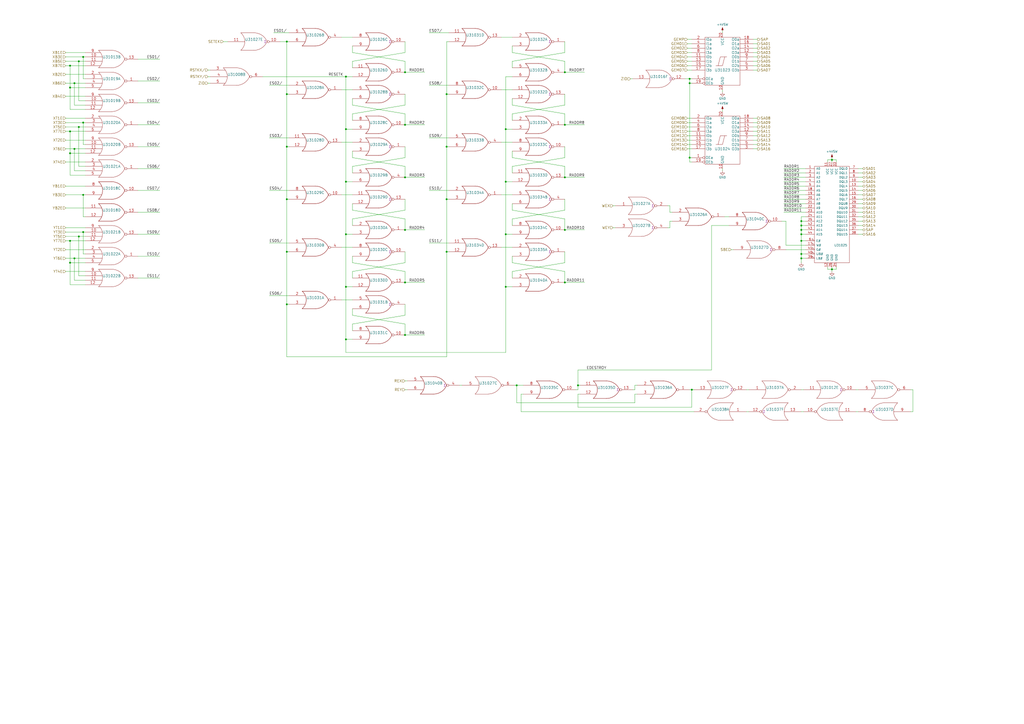
<source format=kicad_sch>
(kicad_sch (version 20211123) (generator eeschema)
  (paper "A2")
  (junction (at 40.64 76.2))
  (junction (at 335.28 223.52))
  (junction (at 200.66 135.89))
  (junction (at 293.37 105.41))
  (junction (at 400.05 91.44))
  (junction (at 234.95 41.91))
  (junction (at 166.37 85.09))
  (junction (at 464.82 135.89))
  (junction (at 464.82 130.81))
  (junction (at 45.72 73.66))
  (junction (at 48.26 134.62))
  (junction (at 166.37 54.61))
  (junction (at 200.66 74.93))
  (junction (at 259.08 54.61))
  (junction (at 327.66 102.87))
  (junction (at 43.18 86.36))
  (junction (at 464.82 149.86))
  (junction (at 234.95 194.31))
  (junction (at 166.37 176.53))
  (junction (at 482.6 92.71))
  (junction (at 40.64 38.1))
  (junction (at 293.37 166.37))
  (junction (at 43.18 149.86))
  (junction (at 234.95 72.39))
  (junction (at 234.95 102.87))
  (junction (at 48.26 113.03))
  (junction (at 327.66 72.39))
  (junction (at 299.72 223.52))
  (junction (at 48.26 71.12))
  (junction (at 259.08 115.57))
  (junction (at 48.26 33.02))
  (junction (at 327.66 41.91))
  (junction (at 45.72 137.16))
  (junction (at 40.64 152.4))
  (junction (at 464.82 128.27))
  (junction (at 166.37 24.13))
  (junction (at 43.18 48.26))
  (junction (at 400.05 45.72))
  (junction (at 400.05 48.26))
  (junction (at 40.64 50.8))
  (junction (at 200.66 196.85))
  (junction (at 464.82 139.7))
  (junction (at 234.95 163.83))
  (junction (at 234.95 133.35))
  (junction (at 200.66 105.41))
  (junction (at 464.82 133.35))
  (junction (at 200.66 44.45))
  (junction (at 166.37 146.05))
  (junction (at 40.64 88.9))
  (junction (at 200.66 166.37))
  (junction (at 327.66 133.35))
  (junction (at 259.08 85.09))
  (junction (at 401.32 226.06))
  (junction (at 45.72 35.56))
  (junction (at 293.37 135.89))
  (junction (at 482.6 156.21))
  (junction (at 166.37 115.57))
  (junction (at 293.37 74.93))
  (junction (at 464.82 147.32))
  (junction (at 40.64 139.7))
  (junction (at 327.66 163.83))
  (junction (at 259.08 146.05))
  (wire (pts (xy 234.95 133.35) (xy 234.95 127)))
  (wire (pts (xy 436.88 81.28) (xy 439.42 81.28)))
  (wire (pts (xy 290.83 143.51) (xy 297.18 143.51)))
  (wire (pts (xy 436.88 86.36) (xy 439.42 86.36)))
  (wire (pts (xy 293.37 135.89) (xy 293.37 105.41)))
  (wire (pts (xy 80.01 148.59) (xy 92.71 148.59)))
  (wire (pts (xy 38.1 81.28) (xy 49.53 81.28)))
  (wire (pts (xy 496.57 226.06) (xy 497.84 226.06)))
  (wire (pts (xy 327.66 72.39) (xy 339.09 72.39)))
  (wire (pts (xy 388.62 123.19) (xy 389.89 123.19)))
  (wire (pts (xy 259.08 146.05) (xy 260.35 146.05)))
  (wire (pts (xy 43.18 60.96) (xy 49.53 60.96)))
  (wire (pts (xy 401.32 226.06) (xy 402.59 226.06)))
  (wire (pts (xy 40.64 50.8) (xy 40.64 63.5)))
  (wire (pts (xy 400.05 226.06) (xy 401.32 226.06)))
  (wire (pts (xy 400.05 48.26) (xy 401.32 48.26)))
  (wire (pts (xy 234.95 102.87) (xy 234.95 96.52)))
  (wire (pts (xy 467.36 149.86) (xy 464.82 149.86)))
  (wire (pts (xy 436.88 27.94) (xy 439.42 27.94)))
  (wire (pts (xy 400.05 48.26) (xy 400.05 91.44)))
  (wire (pts (xy 38.1 76.2) (xy 40.64 76.2)))
  (wire (pts (xy 40.64 152.4) (xy 40.64 165.1)))
  (wire (pts (xy 80.01 85.09) (xy 92.71 85.09)))
  (wire (pts (xy 49.53 83.82) (xy 48.26 83.82)))
  (wire (pts (xy 49.53 120.65) (xy 38.1 120.65)))
  (wire (pts (xy 80.01 123.19) (xy 92.71 123.19)))
  (wire (pts (xy 293.37 105.41) (xy 293.37 74.93)))
  (wire (pts (xy 45.72 58.42) (xy 49.53 58.42)))
  (wire (pts (xy 436.88 30.48) (xy 439.42 30.48)))
  (wire (pts (xy 293.37 166.37) (xy 297.18 166.37)))
  (wire (pts (xy 497.84 102.87) (xy 500.38 102.87)))
  (wire (pts (xy 302.26 228.6) (xy 303.53 228.6)))
  (wire (pts (xy 388.62 128.27) (xy 389.89 128.27)))
  (wire (pts (xy 327.66 96.52) (xy 297.18 91.44)))
  (wire (pts (xy 401.32 40.64) (xy 398.78 40.64)))
  (wire (pts (xy 204.47 182.88) (xy 204.47 179.07)))
  (wire (pts (xy 80.01 34.29) (xy 92.71 34.29)))
  (wire (pts (xy 293.37 166.37) (xy 293.37 135.89)))
  (wire (pts (xy 40.64 38.1) (xy 49.53 38.1)))
  (wire (pts (xy 388.62 119.38) (xy 388.62 123.19)))
  (wire (pts (xy 166.37 85.09) (xy 167.64 85.09)))
  (wire (pts (xy 234.95 72.39) (xy 234.95 66.04)))
  (wire (pts (xy 482.6 154.94) (xy 482.6 156.21)))
  (wire (pts (xy 436.88 35.56) (xy 439.42 35.56)))
  (wire (pts (xy 234.95 115.57) (xy 234.95 121.92)))
  (wire (pts (xy 166.37 54.61) (xy 166.37 85.09)))
  (wire (pts (xy 293.37 135.89) (xy 297.18 135.89)))
  (wire (pts (xy 259.08 54.61) (xy 260.35 54.61)))
  (wire (pts (xy 412.75 214.63) (xy 412.75 130.81)))
  (wire (pts (xy 38.1 35.56) (xy 45.72 35.56)))
  (wire (pts (xy 293.37 204.47) (xy 293.37 166.37)))
  (wire (pts (xy 38.1 38.1) (xy 40.64 38.1)))
  (wire (pts (xy 436.88 68.58) (xy 439.42 68.58)))
  (wire (pts (xy 166.37 176.53) (xy 167.64 176.53)))
  (wire (pts (xy 43.18 48.26) (xy 49.53 48.26)))
  (wire (pts (xy 234.95 163.83) (xy 234.95 157.48)))
  (wire (pts (xy 327.66 127) (xy 297.18 121.92)))
  (wire (pts (xy 436.88 73.66) (xy 439.42 73.66)))
  (wire (pts (xy 49.53 147.32) (xy 48.26 147.32)))
  (wire (pts (xy 234.95 102.87) (xy 246.38 102.87)))
  (wire (pts (xy 259.08 54.61) (xy 259.08 24.13)))
  (wire (pts (xy 293.37 74.93) (xy 293.37 44.45)))
  (wire (pts (xy 436.88 25.4) (xy 439.42 25.4)))
  (wire (pts (xy 40.64 152.4) (xy 49.53 152.4)))
  (wire (pts (xy 166.37 176.53) (xy 166.37 207.01)))
  (wire (pts (xy 234.95 41.91) (xy 234.95 35.56)))
  (wire (pts (xy 335.28 223.52) (xy 335.28 226.06)))
  (wire (pts (xy 419.1 63.5) (xy 419.1 64.77)))
  (wire (pts (xy 482.6 156.21) (xy 482.6 157.48)))
  (wire (pts (xy 455.93 144.78) (xy 467.36 144.78)))
  (wire (pts (xy 38.1 144.78) (xy 49.53 144.78)))
  (wire (pts (xy 200.66 135.89) (xy 200.66 166.37)))
  (wire (pts (xy 120.65 40.64) (xy 121.92 40.64)))
  (wire (pts (xy 40.64 139.7) (xy 49.53 139.7)))
  (wire (pts (xy 480.06 156.21) (xy 482.6 156.21)))
  (wire (pts (xy 166.37 115.57) (xy 167.64 115.57)))
  (wire (pts (xy 234.95 163.83) (xy 246.38 163.83)))
  (wire (pts (xy 485.14 156.21) (xy 485.14 154.94)))
  (wire (pts (xy 387.35 132.08) (xy 388.62 132.08)))
  (wire (pts (xy 259.08 85.09) (xy 259.08 54.61)))
  (wire (pts (xy 327.66 91.44) (xy 297.18 96.52)))
  (wire (pts (xy 198.12 52.07) (xy 204.47 52.07)))
  (wire (pts (xy 234.95 226.06) (xy 236.22 226.06)))
  (wire (pts (xy 401.32 76.2) (xy 398.78 76.2)))
  (wire (pts (xy 480.06 92.71) (xy 482.6 92.71)))
  (wire (pts (xy 387.35 119.38) (xy 388.62 119.38)))
  (wire (pts (xy 297.18 96.52) (xy 297.18 100.33)))
  (wire (pts (xy 401.32 71.12) (xy 398.78 71.12)))
  (wire (pts (xy 120.65 48.26) (xy 121.92 48.26)))
  (wire (pts (xy 49.53 107.95) (xy 38.1 107.95)))
  (wire (pts (xy 466.09 238.76) (xy 464.82 238.76)))
  (wire (pts (xy 38.1 157.48) (xy 49.53 157.48)))
  (wire (pts (xy 200.66 196.85) (xy 200.66 204.47)))
  (wire (pts (xy 45.72 35.56) (xy 49.53 35.56)))
  (wire (pts (xy 293.37 74.93) (xy 297.18 74.93)))
  (wire (pts (xy 43.18 149.86) (xy 43.18 162.56)))
  (wire (pts (xy 467.36 110.49) (xy 454.66 110.49)))
  (wire (pts (xy 80.01 161.29) (xy 92.71 161.29)))
  (wire (pts (xy 419.1 52.07) (xy 419.1 53.34)))
  (wire (pts (xy 204.47 127) (xy 204.47 130.81)))
  (wire (pts (xy 234.95 85.09) (xy 234.95 91.44)))
  (wire (pts (xy 166.37 207.01) (xy 259.08 207.01)))
  (wire (pts (xy 166.37 146.05) (xy 166.37 176.53)))
  (wire (pts (xy 401.32 25.4) (xy 398.78 25.4)))
  (wire (pts (xy 234.95 54.61) (xy 234.95 60.96)))
  (wire (pts (xy 167.64 171.45) (xy 156.21 171.45)))
  (wire (pts (xy 132.08 24.13) (xy 129.54 24.13)))
  (wire (pts (xy 45.72 137.16) (xy 49.53 137.16)))
  (wire (pts (xy 234.95 194.31) (xy 246.38 194.31)))
  (wire (pts (xy 234.95 133.35) (xy 246.38 133.35)))
  (wire (pts (xy 162.56 24.13) (xy 166.37 24.13)))
  (wire (pts (xy 40.64 76.2) (xy 40.64 88.9)))
  (wire (pts (xy 43.18 86.36) (xy 49.53 86.36)))
  (wire (pts (xy 204.47 96.52) (xy 204.47 100.33)))
  (wire (pts (xy 327.66 163.83) (xy 339.09 163.83)))
  (wire (pts (xy 204.47 91.44) (xy 204.47 87.63)))
  (wire (pts (xy 200.66 44.45) (xy 204.47 44.45)))
  (wire (pts (xy 467.36 147.32) (xy 464.82 147.32)))
  (wire (pts (xy 464.82 133.35) (xy 464.82 135.89)))
  (wire (pts (xy 368.3 223.52) (xy 369.57 223.52)))
  (wire (pts (xy 419.1 17.78) (xy 419.1 19.05)))
  (wire (pts (xy 401.32 83.82) (xy 398.78 83.82)))
  (wire (pts (xy 497.84 128.27) (xy 500.38 128.27)))
  (wire (pts (xy 436.88 22.86) (xy 439.42 22.86)))
  (wire (pts (xy 400.05 93.98) (xy 401.32 93.98)))
  (wire (pts (xy 401.32 27.94) (xy 398.78 27.94)))
  (wire (pts (xy 45.72 137.16) (xy 45.72 160.02)))
  (wire (pts (xy 401.32 35.56) (xy 398.78 35.56)))
  (wire (pts (xy 327.66 146.05) (xy 327.66 152.4)))
  (wire (pts (xy 200.66 105.41) (xy 200.66 135.89)))
  (wire (pts (xy 464.82 130.81) (xy 464.82 133.35)))
  (wire (pts (xy 482.6 91.44) (xy 482.6 92.71)))
  (wire (pts (xy 455.93 142.24) (xy 455.93 128.27)))
  (wire (pts (xy 40.64 139.7) (xy 40.64 152.4)))
  (wire (pts (xy 368.3 233.68) (xy 368.3 228.6)))
  (wire (pts (xy 45.72 35.56) (xy 45.72 58.42)))
  (wire (pts (xy 48.26 113.03) (xy 49.53 113.03)))
  (wire (pts (xy 48.26 134.62) (xy 49.53 134.62)))
  (wire (pts (xy 234.95 24.13) (xy 234.95 30.48)))
  (wire (pts (xy 204.47 187.96) (xy 204.47 191.77)))
  (wire (pts (xy 234.95 41.91) (xy 246.38 41.91)))
  (wire (pts (xy 234.95 96.52) (xy 204.47 91.44)))
  (wire (pts (xy 299.72 233.68) (xy 368.3 233.68)))
  (wire (pts (xy 167.64 140.97) (xy 156.21 140.97)))
  (wire (pts (xy 234.95 127) (xy 204.47 121.92)))
  (wire (pts (xy 198.12 113.03) (xy 204.47 113.03)))
  (wire (pts (xy 419.1 97.79) (xy 419.1 99.06)))
  (wire (pts (xy 497.84 97.79) (xy 500.38 97.79)))
  (wire (pts (xy 48.26 125.73) (xy 49.53 125.73)))
  (wire (pts (xy 38.1 68.58) (xy 49.53 68.58)))
  (wire (pts (xy 368.3 226.06) (xy 368.3 223.52)))
  (wire (pts (xy 327.66 152.4) (xy 297.18 157.48)))
  (wire (pts (xy 327.66 163.83) (xy 327.66 157.48)))
  (wire (pts (xy 45.72 160.02) (xy 49.53 160.02)))
  (wire (pts (xy 260.35 140.97) (xy 248.92 140.97)))
  (wire (pts (xy 367.03 226.06) (xy 368.3 226.06)))
  (wire (pts (xy 38.1 33.02) (xy 48.26 33.02)))
  (wire (pts (xy 496.57 238.76) (xy 497.84 238.76)))
  (wire (pts (xy 464.82 139.7) (xy 467.36 139.7)))
  (wire (pts (xy 40.64 88.9) (xy 40.64 101.6)))
  (wire (pts (xy 467.36 120.65) (xy 454.66 120.65)))
  (wire (pts (xy 400.05 45.72) (xy 400.05 48.26)))
  (wire (pts (xy 464.82 128.27) (xy 467.36 128.27)))
  (wire (pts (xy 497.84 125.73) (xy 500.38 125.73)))
  (wire (pts (xy 297.18 121.92) (xy 297.18 118.11)))
  (wire (pts (xy 297.18 60.96) (xy 297.18 57.15)))
  (wire (pts (xy 166.37 146.05) (xy 167.64 146.05)))
  (wire (pts (xy 368.3 228.6) (xy 369.57 228.6)))
  (wire (pts (xy 38.1 86.36) (xy 43.18 86.36)))
  (wire (pts (xy 356.87 132.08) (xy 355.6 132.08)))
  (wire (pts (xy 260.35 80.01) (xy 248.92 80.01)))
  (wire (pts (xy 43.18 149.86) (xy 49.53 149.86)))
  (wire (pts (xy 433.07 226.06) (xy 434.34 226.06)))
  (wire (pts (xy 367.03 45.72) (xy 365.76 45.72)))
  (wire (pts (xy 297.18 127) (xy 297.18 130.81)))
  (wire (pts (xy 38.1 113.03) (xy 48.26 113.03)))
  (wire (pts (xy 167.64 110.49) (xy 156.21 110.49)))
  (wire (pts (xy 260.35 19.05) (xy 248.92 19.05)))
  (wire (pts (xy 48.26 33.02) (xy 49.53 33.02)))
  (wire (pts (xy 204.47 121.92) (xy 204.47 118.11)))
  (wire (pts (xy 356.87 119.38) (xy 355.6 119.38)))
  (wire (pts (xy 80.01 135.89) (xy 92.71 135.89)))
  (wire (pts (xy 436.88 71.12) (xy 439.42 71.12)))
  (wire (pts (xy 327.66 133.35) (xy 339.09 133.35)))
  (wire (pts (xy 299.72 223.52) (xy 299.72 233.68)))
  (wire (pts (xy 297.18 91.44) (xy 297.18 87.63)))
  (wire (pts (xy 464.82 139.7) (xy 464.82 147.32)))
  (wire (pts (xy 38.1 137.16) (xy 45.72 137.16)))
  (wire (pts (xy 464.82 135.89) (xy 464.82 139.7)))
  (wire (pts (xy 497.84 135.89) (xy 500.38 135.89)))
  (wire (pts (xy 497.84 118.11) (xy 500.38 118.11)))
  (wire (pts (xy 335.28 228.6) (xy 336.55 228.6)))
  (wire (pts (xy 464.82 226.06) (xy 466.09 226.06)))
  (wire (pts (xy 464.82 135.89) (xy 467.36 135.89)))
  (wire (pts (xy 234.95 152.4) (xy 204.47 157.48)))
  (wire (pts (xy 43.18 99.06) (xy 49.53 99.06)))
  (wire (pts (xy 167.64 19.05) (xy 158.75 19.05)))
  (wire (pts (xy 297.18 152.4) (xy 297.18 148.59)))
  (wire (pts (xy 480.06 154.94) (xy 480.06 156.21)))
  (wire (pts (xy 485.14 92.71) (xy 485.14 93.98)))
  (wire (pts (xy 234.95 30.48) (xy 204.47 35.56)))
  (wire (pts (xy 327.66 85.09) (xy 327.66 91.44)))
  (wire (pts (xy 80.01 110.49) (xy 92.71 110.49)))
  (wire (pts (xy 327.66 102.87) (xy 327.66 96.52)))
  (wire (pts (xy 327.66 115.57) (xy 327.66 121.92)))
  (wire (pts (xy 234.95 72.39) (xy 246.38 72.39)))
  (wire (pts (xy 434.34 238.76) (xy 433.07 238.76)))
  (wire (pts (xy 166.37 54.61) (xy 167.64 54.61)))
  (wire (pts (xy 464.82 149.86) (xy 464.82 152.4)))
  (wire (pts (xy 166.37 24.13) (xy 166.37 54.61)))
  (wire (pts (xy 436.88 83.82) (xy 439.42 83.82)))
  (wire (pts (xy 200.66 74.93) (xy 204.47 74.93)))
  (wire (pts (xy 38.1 139.7) (xy 40.64 139.7)))
  (wire (pts (xy 436.88 76.2) (xy 439.42 76.2)))
  (wire (pts (xy 40.64 63.5) (xy 49.53 63.5)))
  (wire (pts (xy 298.45 223.52) (xy 299.72 223.52)))
  (wire (pts (xy 266.7 223.52) (xy 267.97 223.52)))
  (wire (pts (xy 166.37 85.09) (xy 166.37 115.57)))
  (wire (pts (xy 234.95 60.96) (xy 204.47 66.04)))
  (wire (pts (xy 401.32 33.02) (xy 398.78 33.02)))
  (wire (pts (xy 45.72 73.66) (xy 45.72 96.52)))
  (wire (pts (xy 38.1 71.12) (xy 48.26 71.12)))
  (wire (pts (xy 402.59 238.76) (xy 302.26 238.76)))
  (wire (pts (xy 497.84 130.81) (xy 500.38 130.81)))
  (wire (pts (xy 40.64 88.9) (xy 49.53 88.9)))
  (wire (pts (xy 335.28 226.06) (xy 334.01 226.06)))
  (wire (pts (xy 40.64 165.1) (xy 49.53 165.1)))
  (wire (pts (xy 259.08 115.57) (xy 259.08 85.09)))
  (wire (pts (xy 45.72 96.52) (xy 49.53 96.52)))
  (wire (pts (xy 327.66 157.48) (xy 297.18 152.4)))
  (wire (pts (xy 200.66 166.37) (xy 200.66 196.85)))
  (wire (pts (xy 464.82 125.73) (xy 467.36 125.73)))
  (wire (pts (xy 297.18 30.48) (xy 297.18 26.67)))
  (wire (pts (xy 327.66 54.61) (xy 327.66 60.96)))
  (wire (pts (xy 293.37 105.41) (xy 297.18 105.41)))
  (wire (pts (xy 38.1 149.86) (xy 43.18 149.86)))
  (wire (pts (xy 166.37 115.57) (xy 166.37 146.05)))
  (wire (pts (xy 198.12 82.55) (xy 204.47 82.55)))
  (wire (pts (xy 467.36 107.95) (xy 454.66 107.95)))
  (wire (pts (xy 297.18 157.48) (xy 297.18 161.29)))
  (wire (pts (xy 80.01 72.39) (xy 92.71 72.39)))
  (wire (pts (xy 467.36 102.87) (xy 454.66 102.87)))
  (wire (pts (xy 204.47 157.48) (xy 204.47 161.29)))
  (wire (pts (xy 80.01 46.99) (xy 92.71 46.99)))
  (wire (pts (xy 436.88 38.1) (xy 439.42 38.1)))
  (wire (pts (xy 327.66 60.96) (xy 297.18 66.04)))
  (wire (pts (xy 436.88 78.74) (xy 439.42 78.74)))
  (wire (pts (xy 467.36 100.33) (xy 454.66 100.33)))
  (wire (pts (xy 327.66 72.39) (xy 327.66 66.04)))
  (wire (pts (xy 234.95 157.48) (xy 204.47 152.4)))
  (wire (pts (xy 259.08 146.05) (xy 259.08 115.57)))
  (wire (pts (xy 401.32 22.86) (xy 398.78 22.86)))
  (wire (pts (xy 467.36 142.24) (xy 455.93 142.24)))
  (wire (pts (xy 290.83 21.59) (xy 297.18 21.59)))
  (wire (pts (xy 335.28 214.63) (xy 412.75 214.63)))
  (wire (pts (xy 299.72 223.52) (xy 303.53 223.52)))
  (wire (pts (xy 259.08 85.09) (xy 260.35 85.09)))
  (wire (pts (xy 260.35 49.53) (xy 248.92 49.53)))
  (wire (pts (xy 200.66 204.47) (xy 293.37 204.47)))
  (wire (pts (xy 120.65 44.45) (xy 121.92 44.45)))
  (wire (pts (xy 401.32 30.48) (xy 398.78 30.48)))
  (wire (pts (xy 198.12 21.59) (xy 204.47 21.59)))
  (wire (pts (xy 48.26 147.32) (xy 48.26 134.62)))
  (wire (pts (xy 48.26 113.03) (xy 48.26 125.73)))
  (wire (pts (xy 48.26 71.12) (xy 49.53 71.12)))
  (wire (pts (xy 204.47 60.96) (xy 204.47 57.15)))
  (wire (pts (xy 234.95 35.56) (xy 204.47 30.48)))
  (wire (pts (xy 388.62 132.08) (xy 388.62 128.27)))
  (wire (pts (xy 497.84 110.49) (xy 500.38 110.49)))
  (wire (pts (xy 152.4 44.45) (xy 200.66 44.45)))
  (wire (pts (xy 293.37 44.45) (xy 297.18 44.45)))
  (wire (pts (xy 43.18 86.36) (xy 43.18 99.06)))
  (wire (pts (xy 260.35 110.49) (xy 248.92 110.49)))
  (wire (pts (xy 412.75 130.81) (xy 422.91 130.81)))
  (wire (pts (xy 200.66 166.37) (xy 204.47 166.37)))
  (wire (pts (xy 529.59 238.76) (xy 529.59 226.06)))
  (wire (pts (xy 482.6 92.71) (xy 485.14 92.71)))
  (wire (pts (xy 335.28 214.63) (xy 335.28 223.52)))
  (wire (pts (xy 259.08 115.57) (xy 260.35 115.57)))
  (wire (pts (xy 400.05 91.44) (xy 401.32 91.44)))
  (wire (pts (xy 464.82 125.73) (xy 464.82 128.27)))
  (wire (pts (xy 198.12 173.99) (xy 204.47 173.99)))
  (wire (pts (xy 234.95 182.88) (xy 204.47 187.96)))
  (wire (pts (xy 400.05 91.44) (xy 400.05 93.98)))
  (wire (pts (xy 40.64 38.1) (xy 40.64 50.8)))
  (wire (pts (xy 40.64 101.6) (xy 49.53 101.6)))
  (wire (pts (xy 297.18 66.04) (xy 297.18 69.85)))
  (wire (pts (xy 80.01 59.69) (xy 92.71 59.69)))
  (wire (pts (xy 482.6 156.21) (xy 485.14 156.21)))
  (wire (pts (xy 529.59 238.76) (xy 528.32 238.76)))
  (wire (pts (xy 327.66 24.13) (xy 327.66 30.48)))
  (wire (pts (xy 38.1 73.66) (xy 45.72 73.66)))
  (wire (pts (xy 327.66 121.92) (xy 297.18 127)))
  (wire (pts (xy 234.95 66.04) (xy 204.47 60.96)))
  (wire (pts (xy 400.05 45.72) (xy 401.32 45.72)))
  (wire (pts (xy 38.1 93.98) (xy 49.53 93.98)))
  (wire (pts (xy 467.36 113.03) (xy 454.66 113.03)))
  (wire (pts (xy 467.36 118.11) (xy 454.66 118.11)))
  (wire (pts (xy 290.83 82.55) (xy 297.18 82.55)))
  (wire (pts (xy 45.72 73.66) (xy 49.53 73.66)))
  (wire (pts (xy 234.95 220.98) (xy 236.22 220.98)))
  (wire (pts (xy 497.84 115.57) (xy 500.38 115.57)))
  (wire (pts (xy 401.32 81.28) (xy 398.78 81.28)))
  (wire (pts (xy 234.95 91.44) (xy 204.47 96.52)))
  (wire (pts (xy 38.1 134.62) (xy 48.26 134.62)))
  (wire (pts (xy 200.66 196.85) (xy 204.47 196.85)))
  (wire (pts (xy 401.32 78.74) (xy 398.78 78.74)))
  (wire (pts (xy 482.6 92.71) (xy 482.6 93.98)))
  (wire (pts (xy 49.53 45.72) (xy 48.26 45.72)))
  (wire (pts (xy 204.47 30.48) (xy 204.47 26.67)))
  (wire (pts (xy 497.84 100.33) (xy 500.38 100.33)))
  (wire (pts (xy 38.1 30.48) (xy 49.53 30.48)))
  (wire (pts (xy 401.32 73.66) (xy 398.78 73.66)))
  (wire (pts (xy 234.95 187.96) (xy 204.47 182.88)))
  (wire (pts (xy 38.1 48.26) (xy 43.18 48.26)))
  (wire (pts (xy 259.08 24.13) (xy 260.35 24.13)))
  (wire (pts (xy 327.66 102.87) (xy 339.09 102.87)))
  (wire (pts (xy 467.36 105.41) (xy 454.66 105.41)))
  (wire (pts (xy 200.66 74.93) (xy 200.66 105.41)))
  (wire (pts (xy 327.66 41.91) (xy 327.66 35.56)))
  (wire (pts (xy 335.28 236.22) (xy 335.28 228.6)))
  (wire (pts (xy 38.1 132.08) (xy 49.53 132.08)))
  (wire (pts (xy 464.82 147.32) (xy 464.82 149.86)))
  (wire (pts (xy 424.18 144.78) (xy 425.45 144.78)))
  (wire (pts (xy 480.06 93.98) (xy 480.06 92.71)))
  (wire (pts (xy 497.84 113.03) (xy 500.38 113.03)))
  (wire (pts (xy 234.95 194.31) (xy 234.95 187.96)))
  (wire (pts (xy 467.36 97.79) (xy 454.66 97.79)))
  (wire (pts (xy 290.83 113.03) (xy 297.18 113.03)))
  (wire (pts (xy 497.84 107.95) (xy 500.38 107.95)))
  (wire (pts (xy 234.95 146.05) (xy 234.95 152.4)))
  (wire (pts (xy 335.28 223.52) (xy 336.55 223.52)))
  (wire (pts (xy 167.64 49.53) (xy 156.21 49.53)))
  (wire (pts (xy 401.32 68.58) (xy 398.78 68.58)))
  (wire (pts (xy 40.64 76.2) (xy 49.53 76.2)))
  (wire (pts (xy 397.51 45.72) (xy 400.05 45.72)))
  (wire (pts (xy 401.32 38.1) (xy 398.78 38.1)))
  (wire (pts (xy 48.26 83.82) (xy 48.26 71.12)))
  (wire (pts (xy 401.32 226.06) (xy 401.32 236.22)))
  (wire (pts (xy 464.82 130.81) (xy 467.36 130.81)))
  (wire (pts (xy 327.66 30.48) (xy 297.18 35.56)))
  (wire (pts (xy 204.47 35.56) (xy 204.47 39.37)))
  (wire (pts (xy 420.37 125.73) (xy 422.91 125.73)))
  (wire (pts (xy 290.83 52.07) (xy 297.18 52.07)))
  (wire (pts (xy 327.66 41.91) (xy 339.09 41.91)))
  (wire (pts (xy 200.66 135.89) (xy 204.47 135.89)))
  (wire (pts (xy 259.08 207.01) (xy 259.08 146.05)))
  (wire (pts (xy 166.37 24.13) (xy 167.64 24.13)))
  (wire (pts (xy 467.36 115.57) (xy 454.66 115.57)))
  (wire (pts (xy 204.47 152.4) (xy 204.47 148.59)))
  (wire (pts (xy 467.36 123.19) (xy 454.66 123.19)))
  (wire (pts (xy 327.66 133.35) (xy 327.66 127)))
  (wire (pts (xy 497.84 120.65) (xy 500.38 120.65)))
  (wire (pts (xy 43.18 48.26) (xy 43.18 60.96)))
  (wire (pts (xy 198.12 143.51) (xy 204.47 143.51)))
  (wire (pts (xy 497.84 123.19) (xy 500.38 123.19)))
  (wire (pts (xy 40.64 50.8) (xy 49.53 50.8)))
  (wire (pts (xy 38.1 55.88) (xy 49.53 55.88)))
  (wire (pts (xy 497.84 105.41) (xy 500.38 105.41)))
  (wire (pts (xy 327.66 35.56) (xy 297.18 30.48)))
  (wire (pts (xy 297.18 35.56) (xy 297.18 39.37)))
  (wire (pts (xy 302.26 238.76) (xy 302.26 228.6)))
  (wire (pts (xy 436.88 40.64) (xy 439.42 40.64)))
  (wire (pts (xy 167.64 80.01) (xy 156.21 80.01)))
  (wire (pts (xy 436.88 33.02) (xy 439.42 33.02)))
  (wire (pts (xy 529.59 226.06) (xy 528.32 226.06)))
  (wire (pts (xy 80.01 97.79) (xy 92.71 97.79)))
  (wire (pts (xy 401.32 236.22) (xy 335.28 236.22)))
  (wire (pts (xy 200.66 44.45) (xy 200.66 74.93)))
  (wire (pts (xy 43.18 162.56) (xy 49.53 162.56)))
  (wire (pts (xy 48.26 45.72) (xy 48.26 33.02)))
  (wire (pts (xy 401.32 86.36) (xy 398.78 86.36)))
  (wire (pts (xy 204.47 66.04) (xy 204.47 69.85)))
  (wire (pts (xy 327.66 66.04) (xy 297.18 60.96)))
  (wire (pts (xy 464.82 128.27) (xy 464.82 130.81)))
  (wire (pts (xy 200.66 105.41) (xy 204.47 105.41)))
  (wire (pts (xy 464.82 133.35) (xy 467.36 133.35)))
  (wire (pts (xy 234.95 176.53) (xy 234.95 182.88)))
  (wire (pts (xy 455.93 128.27) (xy 453.39 128.27)))
  (wire (pts (xy 497.84 133.35) (xy 500.38 133.35)))
  (wire (pts (xy 234.95 121.92) (xy 204.47 127)))
  (wire (pts (xy 38.1 43.18) (xy 49.53 43.18)))
  (label "RADDR8" (at 339.09 72.39 180) (effects (font (size 1.524 1.524))))
  (label "ES08/" (at 248.92 49.53 0) (effects (font (size 1.524 1.524))))
  (label "RADDR5" (at 246.38 163.83 180) (effects (font (size 1.524 1.524))))
  (label "RADDR4" (at 454.66 105.41 0) (effects (font (size 1.524 1.524))))
  (label "RADDR9" (at 454.66 118.11 0) (effects (font (size 1.524 1.524))))
  (label "ES06/" (at 156.21 171.45 0) (effects (font (size 1.524 1.524))))
  (label "RADDR11" (at 454.66 123.19 0) (effects (font (size 1.524 1.524))))
  (label "ES05/" (at 156.21 140.97 0) (effects (font (size 1.524 1.524))))
  (label "ES04/" (at 156.21 110.49 0) (effects (font (size 1.524 1.524))))
  (label "RADDR3" (at 454.66 102.87 0) (effects (font (size 1.524 1.524))))
  (label "ES01/" (at 92.71 34.29 180) (effects (font (size 1.524 1.524))))
  (label "RADDR1" (at 454.66 97.79 0) (effects (font (size 1.524 1.524))))
  (label "ES11/" (at 248.92 140.97 0) (effects (font (size 1.524 1.524))))
  (label "RADDR6" (at 246.38 194.31 180) (effects (font (size 1.524 1.524))))
  (label "ES03/" (at 156.21 80.01 0) (effects (font (size 1.524 1.524))))
  (label "ES02/" (at 156.21 49.53 0) (effects (font (size 1.524 1.524))))
  (label "RADDR5" (at 454.66 107.95 0) (effects (font (size 1.524 1.524))))
  (label "ES01/" (at 158.75 19.05 0) (effects (font (size 1.524 1.524))))
  (label "ES04/" (at 92.71 72.39 180) (effects (font (size 1.524 1.524))))
  (label "ES07/" (at 248.92 19.05 0) (effects (font (size 1.524 1.524))))
  (label "ES06/" (at 92.71 97.79 180) (effects (font (size 1.524 1.524))))
  (label "RADDR11" (at 339.09 163.83 180) (effects (font (size 1.524 1.524))))
  (label "RADDR3" (at 246.38 102.87 180) (effects (font (size 1.524 1.524))))
  (label "RADDR8" (at 454.66 115.57 0) (effects (font (size 1.524 1.524))))
  (label "RADDR7" (at 339.09 41.91 180) (effects (font (size 1.524 1.524))))
  (label "RESETK" (at 190.5 44.45 0) (effects (font (size 1.524 1.524))))
  (label "ES11/" (at 92.71 161.29 180) (effects (font (size 1.524 1.524))))
  (label "RADDR6" (at 454.66 110.49 0) (effects (font (size 1.524 1.524))))
  (label "ES08/" (at 92.71 123.19 180) (effects (font (size 1.524 1.524))))
  (label "RADDR2" (at 454.66 100.33 0) (effects (font (size 1.524 1.524))))
  (label "ES09/" (at 248.92 80.01 0) (effects (font (size 1.524 1.524))))
  (label "EDESTROY" (at 351.79 214.63 180) (effects (font (size 1.524 1.524))))
  (label "RADDR7" (at 454.66 113.03 0) (effects (font (size 1.524 1.524))))
  (label "RADDR9" (at 339.09 102.87 180) (effects (font (size 1.524 1.524))))
  (label "RADDR10" (at 454.66 120.65 0) (effects (font (size 1.524 1.524))))
  (label "RADDR10" (at 339.09 133.35 180) (effects (font (size 1.524 1.524))))
  (label "ES10/" (at 248.92 110.49 0) (effects (font (size 1.524 1.524))))
  (label "RADDR1" (at 246.38 41.91 180) (effects (font (size 1.524 1.524))))
  (label "ES05/" (at 92.71 85.09 180) (effects (font (size 1.524 1.524))))
  (label "RADDR2" (at 246.38 72.39 180) (effects (font (size 1.524 1.524))))
  (label "ES03/" (at 92.71 59.69 180) (effects (font (size 1.524 1.524))))
  (label "ES10/" (at 92.71 148.59 180) (effects (font (size 1.524 1.524))))
  (label "RADDR4" (at 246.38 133.35 180) (effects (font (size 1.524 1.524))))
  (label "ES07/" (at 92.71 110.49 180) (effects (font (size 1.524 1.524))))
  (label "ES09/" (at 92.71 135.89 180) (effects (font (size 1.524 1.524))))
  (label "ES02/" (at 92.71 46.99 180) (effects (font (size 1.524 1.524))))
  (hierarchical_label "RSTKX/" (shape input) (at 120.65 40.64 180) (effects (font (size 1.524 1.524))))
  (hierarchical_label "GEM10" (shape input) (at 398.78 73.66 180) (effects (font (size 1.524 1.524))))
  (hierarchical_label "YT7E" (shape input) (at 38.1 139.7 180) (effects (font (size 1.524 1.524))))
  (hierarchical_label "SA14" (shape tri_state) (at 500.38 130.81 0) (effects (font (size 1.524 1.524))))
  (hierarchical_label "SA16" (shape output) (at 439.42 86.36 0) (effects (font (size 1.524 1.524))))
  (hierarchical_label "XB5E" (shape input) (at 38.1 35.56 180) (effects (font (size 1.524 1.524))))
  (hierarchical_label "SAP" (shape tri_state) (at 500.38 133.35 0) (effects (font (size 1.524 1.524))))
  (hierarchical_label "YT2E" (shape input) (at 38.1 144.78 180) (effects (font (size 1.524 1.524))))
  (hierarchical_label "GEM05" (shape input) (at 398.78 35.56 180) (effects (font (size 1.524 1.524))))
  (hierarchical_label "XB2E" (shape input) (at 38.1 43.18 180) (effects (font (size 1.524 1.524))))
  (hierarchical_label "SA08" (shape output) (at 439.42 68.58 0) (effects (font (size 1.524 1.524))))
  (hierarchical_label "XT4E" (shape input) (at 38.1 93.98 180) (effects (font (size 1.524 1.524))))
  (hierarchical_label "GEM13" (shape input) (at 398.78 81.28 180) (effects (font (size 1.524 1.524))))
  (hierarchical_label "YT4E" (shape input) (at 38.1 157.48 180) (effects (font (size 1.524 1.524))))
  (hierarchical_label "GEMP" (shape input) (at 398.78 22.86 180) (effects (font (size 1.524 1.524))))
  (hierarchical_label "GEM08" (shape input) (at 398.78 68.58 180) (effects (font (size 1.524 1.524))))
  (hierarchical_label "SA04" (shape tri_state) (at 500.38 105.41 0) (effects (font (size 1.524 1.524))))
  (hierarchical_label "YB1E" (shape input) (at 38.1 107.95 180) (effects (font (size 1.524 1.524))))
  (hierarchical_label "XT6E" (shape input) (at 38.1 86.36 180) (effects (font (size 1.524 1.524))))
  (hierarchical_label "XB7E" (shape input) (at 38.1 38.1 180) (effects (font (size 1.524 1.524))))
  (hierarchical_label "SA07" (shape output) (at 439.42 40.64 0) (effects (font (size 1.524 1.524))))
  (hierarchical_label "SA09" (shape output) (at 439.42 71.12 0) (effects (font (size 1.524 1.524))))
  (hierarchical_label "RSTKY/" (shape input) (at 120.65 44.45 180) (effects (font (size 1.524 1.524))))
  (hierarchical_label "GEM09" (shape input) (at 398.78 71.12 180) (effects (font (size 1.524 1.524))))
  (hierarchical_label "SA10" (shape tri_state) (at 500.38 120.65 0) (effects (font (size 1.524 1.524))))
  (hierarchical_label "XT2E" (shape input) (at 38.1 81.28 180) (effects (font (size 1.524 1.524))))
  (hierarchical_label "SA09" (shape tri_state) (at 500.38 118.11 0) (effects (font (size 1.524 1.524))))
  (hierarchical_label "SA10" (shape output) (at 439.42 73.66 0) (effects (font (size 1.524 1.524))))
  (hierarchical_label "SA11" (shape tri_state) (at 500.38 123.19 0) (effects (font (size 1.524 1.524))))
  (hierarchical_label "SA03" (shape output) (at 439.42 30.48 0) (effects (font (size 1.524 1.524))))
  (hierarchical_label "ZID" (shape input) (at 120.65 48.26 180) (effects (font (size 1.524 1.524))))
  (hierarchical_label "WEY" (shape input) (at 355.6 132.08 180) (effects (font (size 1.524 1.524))))
  (hierarchical_label "SBE" (shape input) (at 424.18 144.78 180) (effects (font (size 1.524 1.524))))
  (hierarchical_label "SA05" (shape tri_state) (at 500.38 107.95 0) (effects (font (size 1.524 1.524))))
  (hierarchical_label "GEM11" (shape input) (at 398.78 76.2 180) (effects (font (size 1.524 1.524))))
  (hierarchical_label "GEM07" (shape input) (at 398.78 40.64 180) (effects (font (size 1.524 1.524))))
  (hierarchical_label "GEM14" (shape input) (at 398.78 83.82 180) (effects (font (size 1.524 1.524))))
  (hierarchical_label "YB2E" (shape input) (at 38.1 120.65 180) (effects (font (size 1.524 1.524))))
  (hierarchical_label "SA02" (shape tri_state) (at 500.38 100.33 0) (effects (font (size 1.524 1.524))))
  (hierarchical_label "GEM01" (shape input) (at 398.78 25.4 180) (effects (font (size 1.524 1.524))))
  (hierarchical_label "SA01" (shape output) (at 439.42 25.4 0) (effects (font (size 1.524 1.524))))
  (hierarchical_label "SA04" (shape output) (at 439.42 33.02 0) (effects (font (size 1.524 1.524))))
  (hierarchical_label "GEM03" (shape input) (at 398.78 30.48 180) (effects (font (size 1.524 1.524))))
  (hierarchical_label "SA13" (shape output) (at 439.42 81.28 0) (effects (font (size 1.524 1.524))))
  (hierarchical_label "SA16" (shape tri_state) (at 500.38 135.89 0) (effects (font (size 1.524 1.524))))
  (hierarchical_label "XT5E" (shape input) (at 38.1 73.66 180) (effects (font (size 1.524 1.524))))
  (hierarchical_label "GEM12" (shape input) (at 398.78 78.74 180) (effects (font (size 1.524 1.524))))
  (hierarchical_label "GEM02" (shape input) (at 398.78 27.94 180) (effects (font (size 1.524 1.524))))
  (hierarchical_label "SA12" (shape output) (at 439.42 78.74 0) (effects (font (size 1.524 1.524))))
  (hierarchical_label "GEM16" (shape input) (at 398.78 86.36 180) (effects (font (size 1.524 1.524))))
  (hierarchical_label "REX" (shape input) (at 234.95 220.98 180) (effects (font (size 1.524 1.524))))
  (hierarchical_label "YT1E" (shape input) (at 38.1 132.08 180) (effects (font (size 1.524 1.524))))
  (hierarchical_label "SA14" (shape output) (at 439.42 83.82 0) (effects (font (size 1.524 1.524))))
  (hierarchical_label "SETEK" (shape input) (at 129.54 24.13 180) (effects (font (size 1.524 1.524))))
  (hierarchical_label "YT3E" (shape input) (at 38.1 134.62 180) (effects (font (size 1.524 1.524))))
  (hierarchical_label "XT1E" (shape input) (at 38.1 68.58 180) (effects (font (size 1.524 1.524))))
  (hierarchical_label "SA03" (shape tri_state) (at 500.38 102.87 0) (effects (font (size 1.524 1.524))))
  (hierarchical_label "ZID" (shape input) (at 365.76 45.72 180) (effects (font (size 1.524 1.524))))
  (hierarchical_label "SA02" (shape output) (at 439.42 27.94 0) (effects (font (size 1.524 1.524))))
  (hierarchical_label "XB6E" (shape input) (at 38.1 48.26 180) (effects (font (size 1.524 1.524))))
  (hierarchical_label "SA01" (shape tri_state) (at 500.38 97.79 0) (effects (font (size 1.524 1.524))))
  (hierarchical_label "YT6E" (shape input) (at 38.1 149.86 180) (effects (font (size 1.524 1.524))))
  (hierarchical_label "SA06" (shape output) (at 439.42 38.1 0) (effects (font (size 1.524 1.524))))
  (hierarchical_label "SA12" (shape tri_state) (at 500.38 125.73 0) (effects (font (size 1.524 1.524))))
  (hierarchical_label "REY" (shape input) (at 234.95 226.06 180) (effects (font (size 1.524 1.524))))
  (hierarchical_label "SA05" (shape output) (at 439.42 35.56 0) (effects (font (size 1.524 1.524))))
  (hierarchical_label "SA06" (shape tri_state) (at 500.38 110.49 0) (effects (font (size 1.524 1.524))))
  (hierarchical_label "SA08" (shape tri_state) (at 500.38 115.57 0) (effects (font (size 1.524 1.524))))
  (hierarchical_label "XB3E" (shape input) (at 38.1 33.02 180) (effects (font (size 1.524 1.524))))
  (hierarchical_label "YT5E" (shape input) (at 38.1 137.16 180) (effects (font (size 1.524 1.524))))
  (hierarchical_label "XB4E" (shape input) (at 38.1 55.88 180) (effects (font (size 1.524 1.524))))
  (hierarchical_label "GEM04" (shape input) (at 398.78 33.02 180) (effects (font (size 1.524 1.524))))
  (hierarchical_label "SA13" (shape tri_state) (at 500.38 128.27 0) (effects (font (size 1.524 1.524))))
  (hierarchical_label "GEM06" (shape input) (at 398.78 38.1 180) (effects (font (size 1.524 1.524))))
  (hierarchical_label "SAP" (shape output) (at 439.42 22.86 0) (effects (font (size 1.524 1.524))))
  (hierarchical_label "YB3E" (shape input) (at 38.1 113.03 180) (effects (font (size 1.524 1.524))))
  (hierarchical_label "XT7E" (shape input) (at 38.1 76.2 180) (effects (font (size 1.524 1.524))))
  (hierarchical_label "SA11" (shape output) (at 439.42 76.2 0) (effects (font (size 1.524 1.524))))
  (hierarchical_label "WEX" (shape input) (at 355.6 119.38 180) (effects (font (size 1.524 1.524))))
  (hierarchical_label "XB1E" (shape input) (at 38.1 30.48 180) (effects (font (size 1.524 1.524))))
  (hierarchical_label "SA07" (shape tri_state) (at 500.38 113.03 0) (effects (font (size 1.524 1.524))))
  (hierarchical_label "XT3E" (shape input) (at 38.1 71.12 180) (effects (font (size 1.524 1.524))))
  (symbol (lib_id "agc_kicad_components:74HC4002") (at 64.77 34.29 0) (unit 2)
    (property "Reference" "U31013" (at 64.77 33.02 0) (effects (font (size 1.524 1.524))))
  )
  (symbol (lib_id "agc_kicad_components:74HC4002") (at 64.77 46.99 0) (unit 1)
    (property "Reference" "U31019" (at 64.77 45.72 0) (effects (font (size 1.524 1.524))))
  )
  (symbol (lib_id "agc_kicad_components:74HC4002") (at 64.77 59.69 0) (unit 2)
    (property "Reference" "U31019" (at 64.77 58.42 0) (effects (font (size 1.524 1.524))))
  )
  (symbol (lib_id "agc_kicad_components:74HC4002") (at 64.77 72.39 0) (unit 1)
    (property "Reference" "U31020" (at 64.77 71.12 0) (effects (font (size 1.524 1.524))))
  )
  (symbol (lib_id "agc_kicad_components:74HC4002") (at 64.77 85.09 0) (unit 2)
    (property "Reference" "U31020" (at 64.77 83.82 0) (effects (font (size 1.524 1.524))))
  )
  (symbol (lib_id "agc_kicad_components:74HC4002") (at 64.77 97.79 0) (unit 1)
    (property "Reference" "U31021" (at 64.77 96.52 0) (effects (font (size 1.524 1.524))))
  )
  (symbol (lib_id "agc_kicad_components:74HC02") (at 64.77 110.49 0) (unit 3)
    (property "Reference" "U31018" (at 64.77 109.22 0) (effects (font (size 1.524 1.524))))
  )
  (symbol (lib_id "agc_kicad_components:74HC02") (at 64.77 123.19 0) (unit 4)
    (property "Reference" "U31018" (at 64.77 121.92 0) (effects (font (size 1.524 1.524))))
  )
  (symbol (lib_id "agc_kicad_components:74HC4002") (at 64.77 135.89 0) (unit 2)
    (property "Reference" "U31021" (at 64.77 134.62 0) (effects (font (size 1.524 1.524))))
  )
  (symbol (lib_id "agc_kicad_components:74HC4002") (at 64.77 148.59 0) (unit 1)
    (property "Reference" "U31022" (at 64.77 147.32 0) (effects (font (size 1.524 1.524))))
  )
  (symbol (lib_id "agc_kicad_components:74HC4002") (at 64.77 161.29 0) (unit 2)
    (property "Reference" "U31022" (at 64.77 160.02 0) (effects (font (size 1.524 1.524))))
  )
  (symbol (lib_id "agc_kicad_components:74HC244") (at 419.1 35.56 0) (unit 1)
    (property "Reference" "U31023" (at 419.1 40.64 0) (effects (font (size 1.524 1.524))))
  )
  (symbol (lib_id "agc_kicad_components:74HC04") (at 382.27 45.72 0) (unit 6)
    (property "Reference" "U31016" (at 382.27 44.45 0) (effects (font (size 1.524 1.524))))
    (property "Initial" "1" (at 388.62 45.72 0) (effects (font (size 1.524 1.524) italic)))
  )
  (symbol (lib_id "agc_kicad_components:74HC244") (at 419.1 81.28 0) (unit 1)
    (property "Reference" "U31024" (at 419.1 86.36 0) (effects (font (size 1.524 1.524))))
  )
  (symbol (lib_id "agc_kicad_components:MR0A16A") (at 482.6 128.27 0) (unit 1)
    (property "Reference" "U31025" (at 487.68 142.24 0))
    (property "FPGA#bidir" "7,8,9,10,13,14,15,16,29,30,31,32,35,36,37,38" (effects hide))
  )
  (symbol (lib_id "power:GND") (at 464.82 152.4 0) (unit 1)
    (property "Reference" "#PWR011" (effects hide))
  )
  (symbol (lib_id "agc_kicad_components:74HC02") (at 405.13 125.73 0) (unit 1)
    (property "Reference" "U31026" (at 405.13 124.46 0) (effects (font (size 1.524 1.524))))
  )
  (symbol (lib_id "agc_kicad_components:74HC04") (at 372.11 119.38 0) (unit 1)
    (property "Reference" "U31027" (at 372.11 118.11 0) (effects (font (size 1.524 1.524))))
    (property "Initial" "1" (at 378.46 119.38 0) (effects (font (size 1.524 1.524) italic)))
  )
  (symbol (lib_id "agc_kicad_components:74HC04") (at 372.11 132.08 0) (unit 2)
    (property "Reference" "U31027" (at 372.11 130.81 0) (effects (font (size 1.524 1.524))))
    (property "Initial" "1" (at 378.46 132.08 0) (effects (font (size 1.524 1.524) italic)))
  )
  (symbol (lib_id "agc_kicad_components:74HC04") (at 440.69 144.78 0) (unit 4)
    (property "Reference" "U31027" (at 440.69 143.51 0) (effects (font (size 1.524 1.524))))
    (property "Initial" "1" (at 447.04 144.78 0) (effects (font (size 1.524 1.524) italic)))
  )
  (symbol (lib_id "agc_kicad_components:74HC02") (at 182.88 21.59 0) (unit 2)
    (property "Reference" "U31026" (at 182.88 20.32 0) (effects (font (size 1.524 1.524))))
  )
  (symbol (lib_id "agc_kicad_components:74HC04") (at 147.32 24.13 0) (unit 5)
    (property "Reference" "U31027" (at 147.32 22.86 0) (effects (font (size 1.524 1.524))))
    (property "Initial" "1" (at 153.67 24.13 0) (effects (font (size 1.524 1.524) italic)))
  )
  (symbol (lib_id "agc_kicad_components:74HC02") (at 219.71 24.13 0) (unit 3)
    (property "Reference" "U31026" (at 219.71 22.86 0) (effects (font (size 1.524 1.524))))
    (property "Initial" "1" (at 226.06 24.13 0) (effects (font (size 1.524 1.524) italic)))
  )
  (symbol (lib_id "agc_kicad_components:74HC02") (at 219.71 41.91 0) (unit 4)
    (property "Reference" "U31026" (at 219.71 40.64 0) (effects (font (size 1.524 1.524))))
  )
  (symbol (lib_id "agc_kicad_components:74HC02") (at 182.88 52.07 0) (unit 1)
    (property "Reference" "U31028" (at 182.88 50.8 0) (effects (font (size 1.524 1.524))))
  )
  (symbol (lib_id "agc_kicad_components:74HC02") (at 219.71 54.61 0) (unit 2)
    (property "Reference" "U31028" (at 219.71 53.34 0) (effects (font (size 1.524 1.524))))
    (property "Initial" "1" (at 226.06 54.61 0) (effects (font (size 1.524 1.524) italic)))
  )
  (symbol (lib_id "agc_kicad_components:74HC02") (at 219.71 72.39 0) (unit 3)
    (property "Reference" "U31028" (at 219.71 71.12 0) (effects (font (size 1.524 1.524))))
  )
  (symbol (lib_id "agc_kicad_components:74HC02") (at 182.88 82.55 0) (unit 4)
    (property "Reference" "U31028" (at 182.88 81.28 0) (effects (font (size 1.524 1.524))))
  )
  (symbol (lib_id "agc_kicad_components:74HC02") (at 219.71 85.09 0) (unit 1)
    (property "Reference" "U31029" (at 219.71 83.82 0) (effects (font (size 1.524 1.524))))
    (property "Initial" "1" (at 226.06 85.09 0) (effects (font (size 1.524 1.524) italic)))
  )
  (symbol (lib_id "agc_kicad_components:74HC02") (at 219.71 102.87 0) (unit 2)
    (property "Reference" "U31029" (at 219.71 101.6 0) (effects (font (size 1.524 1.524))))
  )
  (symbol (lib_id "agc_kicad_components:74HC02") (at 182.88 113.03 0) (unit 3)
    (property "Reference" "U31029" (at 182.88 111.76 0) (effects (font (size 1.524 1.524))))
  )
  (symbol (lib_id "agc_kicad_components:74HC02") (at 219.71 115.57 0) (unit 4)
    (property "Reference" "U31029" (at 219.71 114.3 0) (effects (font (size 1.524 1.524))))
    (property "Initial" "1" (at 226.06 115.57 0) (effects (font (size 1.524 1.524) italic)))
  )
  (symbol (lib_id "agc_kicad_components:74HC02") (at 219.71 133.35 0) (unit 1)
    (property "Reference" "U31030" (at 219.71 132.08 0) (effects (font (size 1.524 1.524))))
  )
  (symbol (lib_id "agc_kicad_components:74HC02") (at 182.88 143.51 0) (unit 2)
    (property "Reference" "U31030" (at 182.88 142.24 0) (effects (font (size 1.524 1.524))))
  )
  (symbol (lib_id "agc_kicad_components:74HC02") (at 219.71 146.05 0) (unit 3)
    (property "Reference" "U31030" (at 219.71 144.78 0) (effects (font (size 1.524 1.524))))
    (property "Initial" "1" (at 226.06 146.05 0) (effects (font (size 1.524 1.524) italic)))
  )
  (symbol (lib_id "agc_kicad_components:74HC02") (at 219.71 163.83 0) (unit 4)
    (property "Reference" "U31030" (at 219.71 162.56 0) (effects (font (size 1.524 1.524))))
  )
  (symbol (lib_id "agc_kicad_components:74HC02") (at 182.88 173.99 0) (unit 1)
    (property "Reference" "U31031" (at 182.88 172.72 0) (effects (font (size 1.524 1.524))))
  )
  (symbol (lib_id "agc_kicad_components:74HC02") (at 219.71 176.53 0) (unit 2)
    (property "Reference" "U31031" (at 219.71 175.26 0) (effects (font (size 1.524 1.524))))
    (property "Initial" "1" (at 226.06 176.53 0) (effects (font (size 1.524 1.524) italic)))
  )
  (symbol (lib_id "agc_kicad_components:74HC02") (at 219.71 194.31 0) (unit 3)
    (property "Reference" "U31031" (at 219.71 193.04 0) (effects (font (size 1.524 1.524))))
  )
  (symbol (lib_id "agc_kicad_components:74HC02") (at 275.59 21.59 0) (unit 4)
    (property "Reference" "U31031" (at 275.59 20.32 0) (effects (font (size 1.524 1.524))))
  )
  (symbol (lib_id "agc_kicad_components:74HC02") (at 312.42 24.13 0) (unit 1)
    (property "Reference" "U31032" (at 312.42 22.86 0) (effects (font (size 1.524 1.524))))
    (property "Initial" "1" (at 318.77 24.13 0) (effects (font (size 1.524 1.524) italic)))
  )
  (symbol (lib_id "agc_kicad_components:74HC02") (at 312.42 41.91 0) (unit 2)
    (property "Reference" "U31032" (at 312.42 40.64 0) (effects (font (size 1.524 1.524))))
  )
  (symbol (lib_id "agc_kicad_components:74HC02") (at 275.59 52.07 0) (unit 3)
    (property "Reference" "U31032" (at 275.59 50.8 0) (effects (font (size 1.524 1.524))))
  )
  (symbol (lib_id "agc_kicad_components:74HC02") (at 312.42 54.61 0) (unit 4)
    (property "Reference" "U31032" (at 312.42 53.34 0) (effects (font (size 1.524 1.524))))
    (property "Initial" "1" (at 318.77 54.61 0) (effects (font (size 1.524 1.524) italic)))
  )
  (symbol (lib_id "agc_kicad_components:74HC02") (at 312.42 72.39 0) (unit 1)
    (property "Reference" "U31033" (at 312.42 71.12 0) (effects (font (size 1.524 1.524))))
  )
  (symbol (lib_id "agc_kicad_components:74HC02") (at 275.59 82.55 0) (unit 2)
    (property "Reference" "U31033" (at 275.59 81.28 0) (effects (font (size 1.524 1.524))))
  )
  (symbol (lib_id "agc_kicad_components:74HC02") (at 312.42 85.09 0) (unit 3)
    (property "Reference" "U31033" (at 312.42 83.82 0) (effects (font (size 1.524 1.524))))
    (property "Initial" "1" (at 318.77 85.09 0) (effects (font (size 1.524 1.524) italic)))
  )
  (symbol (lib_id "agc_kicad_components:74HC02") (at 312.42 102.87 0) (unit 4)
    (property "Reference" "U31033" (at 312.42 101.6 0) (effects (font (size 1.524 1.524))))
  )
  (symbol (lib_id "agc_kicad_components:74HC02") (at 275.59 113.03 0) (unit 1)
    (property "Reference" "U31034" (at 275.59 111.76 0) (effects (font (size 1.524 1.524))))
  )
  (symbol (lib_id "agc_kicad_components:74HC02") (at 312.42 115.57 0) (unit 2)
    (property "Reference" "U31034" (at 312.42 114.3 0) (effects (font (size 1.524 1.524))))
    (property "Initial" "1" (at 318.77 115.57 0) (effects (font (size 1.524 1.524) italic)))
  )
  (symbol (lib_id "agc_kicad_components:74HC02") (at 312.42 133.35 0) (unit 3)
    (property "Reference" "U31034" (at 312.42 132.08 0) (effects (font (size 1.524 1.524))))
  )
  (symbol (lib_id "agc_kicad_components:74HC02") (at 275.59 143.51 0) (unit 4)
    (property "Reference" "U31034" (at 275.59 142.24 0) (effects (font (size 1.524 1.524))))
  )
  (symbol (lib_id "agc_kicad_components:74HC02") (at 312.42 146.05 0) (unit 1)
    (property "Reference" "U31035" (at 312.42 144.78 0) (effects (font (size 1.524 1.524))))
    (property "Initial" "1" (at 318.77 146.05 0) (effects (font (size 1.524 1.524) italic)))
  )
  (symbol (lib_id "agc_kicad_components:74HC02") (at 312.42 163.83 0) (unit 1)
    (property "Reference" "U31040" (at 312.42 162.56 0) (effects (font (size 1.524 1.524))))
  )
  (symbol (lib_id "agc_kicad_components:74HC02") (at 318.77 226.06 0) (unit 3)
    (property "Reference" "U31035" (at 318.77 224.79 0) (effects (font (size 1.524 1.524))))
  )
  (symbol (lib_id "agc_kicad_components:74HC02") (at 351.79 226.06 0) (unit 4)
    (property "Reference" "U31035" (at 351.79 224.79 0) (effects (font (size 1.524 1.524))))
    (property "Initial" "1" (at 358.14 226.06 0) (effects (font (size 1.524 1.524) italic)))
  )
  (symbol (lib_id "agc_kicad_components:74HC02") (at 384.81 226.06 0) (unit 1)
    (property "Reference" "U31036" (at 384.81 224.79 0) (effects (font (size 1.524 1.524))))
  )
  (symbol (lib_id "agc_kicad_components:74HC04") (at 417.83 226.06 0) (unit 6)
    (property "Reference" "U31027" (at 417.83 224.79 0) (effects (font (size 1.524 1.524))))
    (property "Initial" "1" (at 424.18 226.06 0) (effects (font (size 1.524 1.524) italic)))
  )
  (symbol (lib_id "agc_kicad_components:74HC04") (at 449.58 226.06 0) (unit 1)
    (property "Reference" "U31037" (at 449.58 224.79 0) (effects (font (size 1.524 1.524))))
  )
  (symbol (lib_id "agc_kicad_components:74HC04") (at 481.33 226.06 0) (unit 5)
    (property "Reference" "U31012" (at 481.33 224.79 0) (effects (font (size 1.524 1.524))))
    (property "Initial" "1" (at 487.68 226.06 0) (effects (font (size 1.524 1.524) italic)))
  )
  (symbol (lib_id "agc_kicad_components:74HC04") (at 513.08 226.06 0) (unit 3)
    (property "Reference" "U31037" (at 513.08 224.79 0) (effects (font (size 1.524 1.524))))
  )
  (symbol (lib_id "agc_kicad_components:74HC04") (at 513.08 238.76 0) (mirror y) (unit 4)
    (property "Reference" "U31037" (at 513.08 237.49 0) (effects (font (size 1.524 1.524))))
    (property "Initial" "1" (at 506.73 238.76 0) (effects (font (size 1.524 1.524) italic)))
  )
  (symbol (lib_id "agc_kicad_components:74HC04") (at 481.33 238.76 0) (mirror y) (unit 5)
    (property "Reference" "U31037" (at 481.33 237.49 0) (effects (font (size 1.524 1.524))))
  )
  (symbol (lib_id "agc_kicad_components:74HC04") (at 449.58 238.76 0) (mirror y) (unit 6)
    (property "Reference" "U31037" (at 449.58 237.49 0) (effects (font (size 1.524 1.524))))
    (property "Initial" "1" (at 443.23 238.76 0) (effects (font (size 1.524 1.524) italic)))
  )
  (symbol (lib_id "agc_kicad_components:74HC04") (at 417.83 238.76 0) (mirror y) (unit 1)
    (property "Reference" "U31038" (at 417.83 237.49 0) (effects (font (size 1.524 1.524))))
  )
  (symbol (lib_id "agc_kicad_components:74HC27") (at 137.16 44.45 0) (unit 2)
    (property "Reference" "U31008" (at 137.16 43.18 0) (effects (font (size 1.524 1.524))))
  )
  (symbol (lib_id "agc_kicad_components:74HC02") (at 251.46 223.52 0) (unit 2)
    (property "Reference" "U31040" (at 251.46 222.25 0) (effects (font (size 1.524 1.524))))
    (property "Initial" "1" (at 257.81 223.52 0) (effects (font (size 1.524 1.524) italic)))
  )
  (symbol (lib_id "agc_kicad_components:74HC02") (at 438.15 128.27 0) (unit 3)
    (property "Reference" "U31040" (at 438.15 127 0) (effects (font (size 1.524 1.524))))
    (property "Initial" "1" (at 444.5 128.27 0) (effects (font (size 1.524 1.524) italic)))
  )
  (symbol (lib_id "agc_kicad_components:74HC04") (at 283.21 223.52 0) (unit 3)
    (property "Reference" "U31027" (at 283.21 222.25 0) (effects (font (size 1.524 1.524))))
  )
  (symbol (lib_id "agc_kicad_components:+4VSW") (at 482.6 91.44 0) (unit 1)
    (property "Reference" "#PWR012" (effects hide))
  )
  (symbol (lib_id "power:GND") (at 482.6 157.48 0) (unit 1)
    (property "Reference" "#PWR013" (effects hide))
  )
  (symbol (lib_id "agc_kicad_components:+4VSW") (at 419.1 17.78 0) (unit 1)
    (property "Reference" "#PWR014" (effects hide))
  )
  (symbol (lib_id "power:GND") (at 419.1 53.34 0) (unit 1)
    (property "Reference" "#PWR015" (effects hide))
  )
  (symbol (lib_id "power:GND") (at 419.1 99.06 0) (unit 1)
    (property "Reference" "#PWR016" (effects hide))
  )
  (symbol (lib_id "agc_kicad_components:+4VSW") (at 419.1 63.5 0) (unit 1)
    (property "Reference" "#PWR017" (effects hide))
  )
)
</source>
